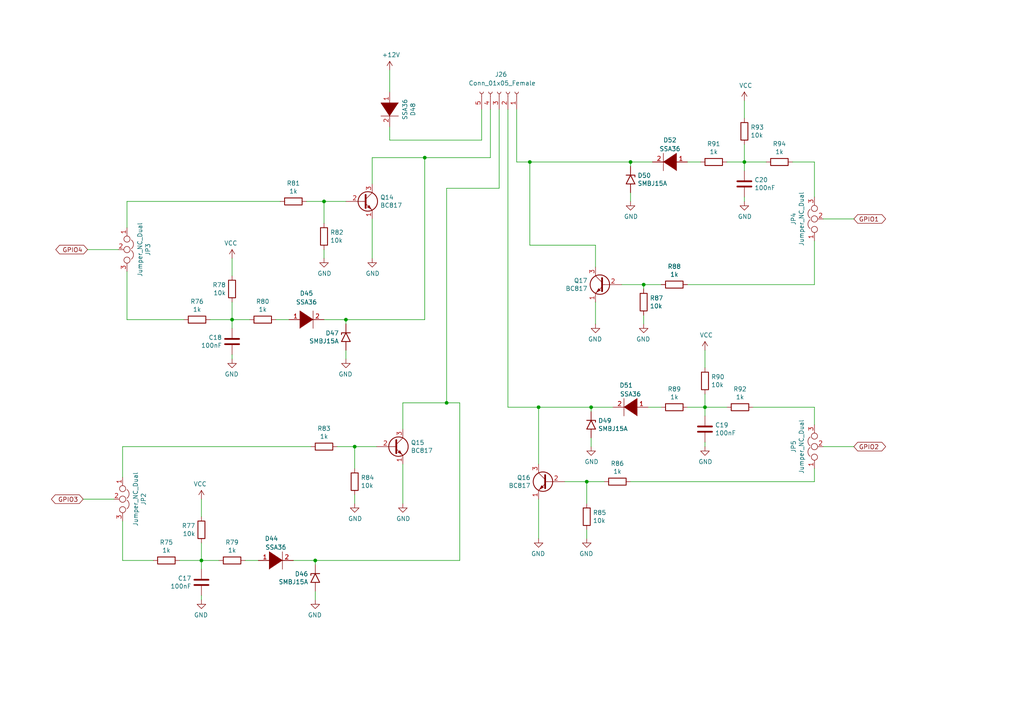
<source format=kicad_sch>
(kicad_sch (version 20211123) (generator eeschema)
  (paper "A4")
  (lib_symbols
    (symbol "Connector:Conn_01x05_Female" (pin_names (offset 1.016) hide)
      (property "Reference" "J" (at 0 7.62 0))
      (property "Value" "Conn_01x05_Female" (at 0 -7.62 0))
      (symbol "Conn_01x05_Female_1_1"
        (arc (start 0 -4.572) (mid -0.508 -5.08) (end 0 -5.588) (stroke (width 0.1524)))
        (arc (start 0 -2.032) (mid -0.508 -2.54) (end 0 -3.048) (stroke (width 0.1524)))
        (polyline (pts (xy -1.27 -5.08) (xy -0.508 -5.08)) (stroke (width 0.1524)))
        (polyline (pts (xy -1.27 -2.54) (xy -0.508 -2.54)) (stroke (width 0.1524)))
        (polyline (pts (xy -1.27 0) (xy -0.508 0)) (stroke (width 0.1524)))
        (polyline (pts (xy -1.27 2.54) (xy -0.508 2.54)) (stroke (width 0.1524)))
        (polyline (pts (xy -1.27 5.08) (xy -0.508 5.08)) (stroke (width 0.1524)))
        (arc (start 0 0.508) (mid -0.508 0) (end 0 -0.508) (stroke (width 0.1524)))
        (arc (start 0 3.048) (mid -0.508 2.54) (end 0 2.032) (stroke (width 0.1524)))
        (arc (start 0 5.588) (mid -0.508 5.08) (end 0 4.572) (stroke (width 0.1524)))
        (pin passive line (at -5.08 5.08 0) (length 3.81) (name "Pin_1") (number "1"))
        (pin passive line (at -5.08 2.54 0) (length 3.81) (name "Pin_2") (number "2"))
        (pin passive line (at -5.08 0 0) (length 3.81) (name "Pin_3") (number "3"))
        (pin passive line (at -5.08 -2.54 0) (length 3.81) (name "Pin_4") (number "4"))
        (pin passive line (at -5.08 -5.08 0) (length 3.81) (name "Pin_5") (number "5"))
      )
    )
    (symbol "Device:C" (pin_numbers hide) (pin_names (offset 0.254))
      (property "Reference" "C" (at 0.635 2.54 0))
      (property "Value" "C" (at 0.635 -2.54 0))
      (symbol "C_0_1"
        (polyline (pts (xy -2.032 -0.762) (xy 2.032 -0.762)) (stroke (width 0.508)))
        (polyline (pts (xy -2.032 0.762) (xy 2.032 0.762)) (stroke (width 0.508)))
      )
      (symbol "C_1_1"
        (pin passive line (at 0 3.81 270) (length 2.794) (name "~") (number "1"))
        (pin passive line (at 0 -3.81 90) (length 2.794) (name "~") (number "2"))
      )
    )
    (symbol "Device:Jumper_NC_Dual" (pin_names (offset 0.762) hide)
      (property "Reference" "JP" (at 1.27 -2.54 0))
      (property "Value" "Device_Jumper_NC_Dual" (at 0 2.54 0))
      (symbol "Jumper_NC_Dual_0_1"
        (circle (center -3.048 0) (radius 0.889))
        (arc (start -0.254 1.27) (mid -1.524 1.8804) (end -2.794 1.27))
        (circle (center 0 0) (radius 0.9144))
        (arc (start 2.794 1.27) (mid 1.524 1.8804) (end 0.254 1.27))
        (circle (center 3.048 0) (radius 0.889))
        (pin passive line (at -6.35 0 0) (length 2.413) (name "1") (number "1"))
        (pin passive line (at 0 -2.54 90) (length 1.524) (name "2") (number "2"))
        (pin passive line (at 6.35 0 180) (length 2.413) (name "3") (number "3"))
      )
    )
    (symbol "Device:R" (pin_numbers hide) (pin_names (offset 0))
      (property "Reference" "R" (at 2.032 0 90))
      (property "Value" "R" (at 0 0 90))
      (symbol "R_0_1"
        (rectangle (start -1.016 -2.54) (end 1.016 2.54) (stroke (width 0.254)))
      )
      (symbol "R_1_1"
        (pin passive line (at 0 3.81 270) (length 1.27) (name "~") (number "1"))
        (pin passive line (at 0 -3.81 90) (length 1.27) (name "~") (number "2"))
      )
    )
    (symbol "Diode:SM6T15A" (pin_numbers hide) (pin_names (offset 1.016) hide)
      (property "Reference" "D" (at 0 2.54 0))
      (property "Value" "SM6T15A" (at 0 -2.54 0))
      (symbol "SM6T15A_0_1"
        (polyline (pts (xy -0.762 1.27) (xy -1.27 1.27) (xy -1.27 -1.27)) (stroke (width 0.254)))
        (polyline (pts (xy 1.27 1.27) (xy 1.27 -1.27) (xy -1.27 0) (xy 1.27 1.27)) (stroke (width 0.254)))
      )
      (symbol "SM6T15A_1_1"
        (pin passive line (at -3.81 0 0) (length 2.54) (name "A1") (number "1"))
        (pin passive line (at 3.81 0 180) (length 2.54) (name "A2") (number "2"))
      )
    )
    (symbol "Transistor_BJT:PN2222A" (pin_names (offset 0) hide)
      (property "Reference" "Q" (at 5.08 1.905 0))
      (property "Value" "PN2222A" (at 5.08 0 0))
      (symbol "PN2222A_0_1"
        (polyline (pts (xy 0 0) (xy 0.635 0)))
        (polyline (pts (xy 2.54 -2.54) (xy 0.635 -0.635)))
        (polyline (pts (xy 2.54 2.54) (xy 0.635 0.635)))
        (polyline (pts (xy 0.635 1.905) (xy 0.635 -1.905) (xy 0.635 -1.905)) (stroke (width 0.508)))
        (polyline (pts (xy 2.413 -2.413) (xy 1.905 -1.905) (xy 1.905 -1.905)))
        (polyline (pts (xy 1.143 -1.651) (xy 1.651 -1.143) (xy 2.159 -2.159) (xy 1.143 -1.651) (xy 1.143 -1.651)) (fill (type outline)))
        (circle (center 1.27 0) (radius 2.8194) (stroke (width 0.254)))
      )
      (symbol "PN2222A_1_1"
        (pin passive line (at 2.54 -5.08 90) (length 2.54) (name "E") (number "1"))
        (pin input line (at -5.08 0 0) (length 5.08) (name "B") (number "2"))
        (pin passive line (at 2.54 5.08 270) (length 2.54) (name "C") (number "3"))
      )
    )
    (symbol "power:+12V" (power) (pin_names (offset 0))
      (property "Value" "+12V" (at 0 3.556 0))
      (symbol "+12V_0_1"
        (polyline (pts (xy -0.762 1.27) (xy 0 2.54)))
        (polyline (pts (xy 0 0) (xy 0 2.54)))
        (polyline (pts (xy 0 2.54) (xy 0.762 1.27)))
      )
      (symbol "+12V_1_1"
        (pin power_in line (at 0 0 90) (length 0) hide (name "+12V") (number "1"))
      )
    )
    (symbol "power:GND" (power) (pin_names (offset 0))
      (property "Value" "GND" (at 0 -3.81 0))
      (symbol "GND_0_1"
        (polyline (pts (xy 0 0) (xy 0 -1.27) (xy 1.27 -1.27) (xy 0 -2.54) (xy -1.27 -1.27) (xy 0 -1.27)))
      )
      (symbol "GND_1_1"
        (pin power_in line (at 0 0 270) (length 0) hide (name "GND") (number "1"))
      )
    )
    (symbol "power:VCC" (power) (pin_names (offset 0))
      (property "Value" "VCC" (at 0 3.81 0))
      (symbol "VCC_0_1"
        (polyline (pts (xy -0.762 1.27) (xy 0 2.54)))
        (polyline (pts (xy 0 0) (xy 0 2.54)))
        (polyline (pts (xy 0 2.54) (xy 0.762 1.27)))
      )
      (symbol "VCC_1_1"
        (pin power_in line (at 0 0 90) (length 0) hide (name "VCC") (number "1"))
      )
    )
    (symbol "pspice:DIODE" (pin_names (offset 1.016) hide)
      (property "Reference" "D" (at 0 3.81 0))
      (property "Value" "DIODE" (at 0 -4.445 0))
      (symbol "DIODE_0_1"
        (polyline (pts (xy 1.905 2.54) (xy 1.905 -2.54)))
        (polyline (pts (xy -1.905 2.54) (xy -1.905 -2.54) (xy 1.905 0)) (fill (type outline)))
      )
      (symbol "DIODE_1_1"
        (pin input line (at -5.08 0 0) (length 3.81) (name "K") (number "1"))
        (pin input line (at 5.08 0 180) (length 3.81) (name "A") (number "2"))
      )
    )
  )
  (junction (at 171.45 118.11))
  (junction (at 102.87 129.54))
  (junction (at 153.67 46.99))
  (junction (at 204.47 118.11))
  (junction (at 91.44 162.56))
  (junction (at 186.69 82.55))
  (junction (at 123.19 45.72))
  (junction (at 182.88 46.99))
  (junction (at 100.33 92.71))
  (junction (at 93.98 58.42))
  (junction (at 129.54 116.84))
  (junction (at 215.9 46.99))
  (junction (at 156.21 118.11))
  (junction (at 67.31 92.71))
  (junction (at 58.42 162.56))
  (junction (at 170.18 139.7))
  (wire (pts (xy 204.47 114.3) (xy 204.47 118.11)))
  (wire (pts (xy 80.01 92.71) (xy 83.82 92.71)))
  (wire (pts (xy 236.22 139.7) (xy 236.22 135.89)))
  (wire (pts (xy 129.54 116.84) (xy 116.84 116.84)))
  (wire (pts (xy 97.79 129.54) (xy 102.87 129.54)))
  (wire (pts (xy 100.33 92.71) (xy 100.33 93.98)))
  (wire (pts (xy 144.78 54.61) (xy 129.54 54.61)))
  (wire (pts (xy 102.87 143.51) (xy 102.87 146.05)))
  (wire (pts (xy 93.98 58.42) (xy 100.33 58.42)))
  (wire (pts (xy 107.95 45.72) (xy 123.19 45.72)))
  (wire (pts (xy 236.22 82.55) (xy 236.22 69.85)))
  (wire (pts (xy 60.96 92.71) (xy 67.31 92.71)))
  (wire (pts (xy 247.65 63.5) (xy 238.76 63.5)))
  (wire (pts (xy 35.56 129.54) (xy 90.17 129.54)))
  (wire (pts (xy 71.12 162.56) (xy 74.93 162.56)))
  (wire (pts (xy 93.98 64.77) (xy 93.98 58.42)))
  (wire (pts (xy 172.72 87.63) (xy 172.72 93.98)))
  (wire (pts (xy 229.87 46.99) (xy 236.22 46.99)))
  (wire (pts (xy 123.19 45.72) (xy 142.24 45.72)))
  (wire (pts (xy 85.09 162.56) (xy 91.44 162.56)))
  (wire (pts (xy 133.35 162.56) (xy 133.35 116.84)))
  (wire (pts (xy 182.88 55.88) (xy 182.88 58.42)))
  (wire (pts (xy 177.8 118.11) (xy 171.45 118.11)))
  (wire (pts (xy 91.44 162.56) (xy 91.44 163.83)))
  (wire (pts (xy 170.18 146.05) (xy 170.18 139.7)))
  (wire (pts (xy 153.67 46.99) (xy 182.88 46.99)))
  (wire (pts (xy 58.42 162.56) (xy 58.42 165.1)))
  (wire (pts (xy 113.03 36.83) (xy 113.03 40.64)))
  (wire (pts (xy 218.44 118.11) (xy 236.22 118.11)))
  (wire (pts (xy 186.69 83.82) (xy 186.69 82.55)))
  (wire (pts (xy 100.33 92.71) (xy 123.19 92.71)))
  (wire (pts (xy 156.21 118.11) (xy 171.45 118.11)))
  (wire (pts (xy 81.28 58.42) (xy 36.83 58.42)))
  (wire (pts (xy 170.18 139.7) (xy 163.83 139.7)))
  (wire (pts (xy 67.31 87.63) (xy 67.31 92.71)))
  (wire (pts (xy 123.19 45.72) (xy 123.19 92.71)))
  (wire (pts (xy 102.87 135.89) (xy 102.87 129.54)))
  (wire (pts (xy 149.86 31.75) (xy 149.86 46.99)))
  (wire (pts (xy 147.32 118.11) (xy 156.21 118.11)))
  (wire (pts (xy 133.35 116.84) (xy 129.54 116.84)))
  (wire (pts (xy 88.9 58.42) (xy 93.98 58.42)))
  (wire (pts (xy 52.07 162.56) (xy 58.42 162.56)))
  (wire (pts (xy 67.31 92.71) (xy 72.39 92.71)))
  (wire (pts (xy 36.83 78.74) (xy 36.83 92.71)))
  (wire (pts (xy 35.56 129.54) (xy 35.56 138.43)))
  (wire (pts (xy 191.77 82.55) (xy 186.69 82.55)))
  (wire (pts (xy 107.95 63.5) (xy 107.95 74.93)))
  (wire (pts (xy 153.67 71.12) (xy 172.72 71.12)))
  (wire (pts (xy 247.65 129.54) (xy 238.76 129.54)))
  (wire (pts (xy 58.42 172.72) (xy 58.42 173.99)))
  (wire (pts (xy 142.24 45.72) (xy 142.24 31.75)))
  (wire (pts (xy 58.42 157.48) (xy 58.42 162.56)))
  (wire (pts (xy 139.7 40.64) (xy 139.7 31.75)))
  (wire (pts (xy 147.32 31.75) (xy 147.32 118.11)))
  (wire (pts (xy 116.84 116.84) (xy 116.84 124.46)))
  (wire (pts (xy 36.83 92.71) (xy 53.34 92.71)))
  (wire (pts (xy 170.18 153.67) (xy 170.18 156.21)))
  (wire (pts (xy 102.87 129.54) (xy 109.22 129.54)))
  (wire (pts (xy 189.23 46.99) (xy 182.88 46.99)))
  (wire (pts (xy 204.47 118.11) (xy 199.39 118.11)))
  (wire (pts (xy 182.88 46.99) (xy 182.88 48.26)))
  (wire (pts (xy 191.77 118.11) (xy 187.96 118.11)))
  (wire (pts (xy 156.21 144.78) (xy 156.21 156.21)))
  (wire (pts (xy 171.45 118.11) (xy 171.45 119.38)))
  (wire (pts (xy 222.25 46.99) (xy 215.9 46.99)))
  (wire (pts (xy 113.03 40.64) (xy 139.7 40.64)))
  (wire (pts (xy 204.47 118.11) (xy 204.47 120.65)))
  (wire (pts (xy 210.82 118.11) (xy 204.47 118.11)))
  (wire (pts (xy 203.2 46.99) (xy 199.39 46.99)))
  (wire (pts (xy 236.22 46.99) (xy 236.22 57.15)))
  (wire (pts (xy 67.31 102.87) (xy 67.31 104.14)))
  (wire (pts (xy 204.47 101.6) (xy 204.47 106.68)))
  (wire (pts (xy 144.78 31.75) (xy 144.78 54.61)))
  (wire (pts (xy 236.22 118.11) (xy 236.22 123.19)))
  (wire (pts (xy 35.56 151.13) (xy 35.56 162.56)))
  (wire (pts (xy 36.83 58.42) (xy 36.83 66.04)))
  (wire (pts (xy 215.9 29.21) (xy 215.9 34.29)))
  (wire (pts (xy 215.9 41.91) (xy 215.9 46.99)))
  (wire (pts (xy 215.9 46.99) (xy 210.82 46.99)))
  (wire (pts (xy 91.44 162.56) (xy 133.35 162.56)))
  (wire (pts (xy 24.13 144.78) (xy 33.02 144.78)))
  (wire (pts (xy 35.56 162.56) (xy 44.45 162.56)))
  (wire (pts (xy 172.72 71.12) (xy 172.72 77.47)))
  (wire (pts (xy 129.54 54.61) (xy 129.54 116.84)))
  (wire (pts (xy 204.47 128.27) (xy 204.47 129.54)))
  (wire (pts (xy 107.95 45.72) (xy 107.95 53.34)))
  (wire (pts (xy 58.42 144.78) (xy 58.42 149.86)))
  (wire (pts (xy 67.31 74.93) (xy 67.31 80.01)))
  (wire (pts (xy 199.39 82.55) (xy 236.22 82.55)))
  (wire (pts (xy 153.67 71.12) (xy 153.67 46.99)))
  (wire (pts (xy 93.98 72.39) (xy 93.98 74.93)))
  (wire (pts (xy 171.45 127) (xy 171.45 129.54)))
  (wire (pts (xy 58.42 162.56) (xy 63.5 162.56)))
  (wire (pts (xy 100.33 101.6) (xy 100.33 104.14)))
  (wire (pts (xy 149.86 46.99) (xy 153.67 46.99)))
  (wire (pts (xy 215.9 46.99) (xy 215.9 49.53)))
  (wire (pts (xy 91.44 171.45) (xy 91.44 173.99)))
  (wire (pts (xy 215.9 57.15) (xy 215.9 58.42)))
  (wire (pts (xy 175.26 139.7) (xy 170.18 139.7)))
  (wire (pts (xy 156.21 134.62) (xy 156.21 118.11)))
  (wire (pts (xy 182.88 139.7) (xy 236.22 139.7)))
  (wire (pts (xy 93.98 92.71) (xy 100.33 92.71)))
  (wire (pts (xy 186.69 82.55) (xy 180.34 82.55)))
  (wire (pts (xy 25.4 72.39) (xy 34.29 72.39)))
  (wire (pts (xy 116.84 134.62) (xy 116.84 146.05)))
  (wire (pts (xy 113.03 20.32) (xy 113.03 26.67)))
  (wire (pts (xy 67.31 92.71) (xy 67.31 95.25)))
  (wire (pts (xy 186.69 91.44) (xy 186.69 93.98)))
  (global_label "GPIO4" (shape bidirectional) (at 25.4 72.39 180) (property "Intersheet References" "${INTERSHEET_REFS}" (effects hide)))
  (global_label "GPIO3" (shape bidirectional) (at 24.13 144.78 180) (property "Intersheet References" "${INTERSHEET_REFS}" (effects hide)))
  (global_label "GPIO2" (shape bidirectional) (at 247.65 129.54 0) (property "Intersheet References" "${INTERSHEET_REFS}" (effects hide)))
  (global_label "GPIO1" (shape bidirectional) (at 247.65 63.5 0) (property "Intersheet References" "${INTERSHEET_REFS}" (effects hide)))
  (symbol (lib_id "power:VCC") (at 58.42 144.78 0) (mirror y) (unit 1)
    (property "Reference" "#PWR0108" (effects hide))
    (property "Value" "VCC" (at 58.039 140.3858 0))
  )
  (symbol (lib_id "Device:R") (at 48.26 162.56 90) (mirror x) (unit 1)
    (property "Reference" "R75" (at 48.26 157.3022 90))
    (property "Value" "1k" (at 48.26 159.6136 90))
    (property "Footprint" "Resistor_SMD:R_0805_2012Metric_Pad1.20x1.40mm_HandSolder" (effects hide))
  )
  (symbol (lib_id "Device:R") (at 58.42 153.67 0) (mirror x) (unit 1)
    (property "Reference" "R77" (at 56.642 152.5016 0) (effects (justify right)))
    (property "Value" "10k" (at 56.642 154.813 0) (effects (justify right)))
    (property "Footprint" "Resistor_SMD:R_0805_2012Metric_Pad1.20x1.40mm_HandSolder" (effects hide))
  )
  (symbol (lib_id "power:GND") (at 58.42 173.99 0) (mirror y) (unit 1)
    (property "Reference" "#PWR0109" (effects hide))
    (property "Value" "GND" (at 58.293 178.3842 0))
  )
  (symbol (lib_id "Device:C") (at 58.42 168.91 0) (mirror y) (unit 1)
    (property "Reference" "C17" (at 55.499 167.7416 0) (effects (justify left)))
    (property "Value" "100nF" (at 55.499 170.053 0) (effects (justify left)))
    (property "Footprint" "Resistor_SMD:R_0805_2012Metric_Pad1.20x1.40mm_HandSolder" (effects hide))
  )
  (symbol (lib_id "Device:R") (at 67.31 162.56 90) (mirror x) (unit 1)
    (property "Reference" "R79" (at 67.31 157.3022 90))
    (property "Value" "1k" (at 67.31 159.6136 90))
    (property "Footprint" "Resistor_SMD:R_0805_2012Metric_Pad1.20x1.40mm_HandSolder" (effects hide))
  )
  (symbol (lib_id "pspice:DIODE") (at 80.01 162.56 0) (mirror x) (unit 1)
    (property "Reference" "D44" (at 78.74 156.21 0))
    (property "Value" "SSA36" (at 80.01 158.75 0))
    (property "Footprint" "diodes_perso:D_SMB_SSA36-Handsoldering" (effects hide))
  )
  (symbol (lib_id "power:GND") (at 91.44 173.99 0) (mirror y) (unit 1)
    (property "Reference" "#PWR0112" (effects hide))
    (property "Value" "GND" (at 91.313 178.3842 0))
  )
  (symbol (lib_id "Diode:SM6T15A") (at 91.44 167.64 90) (mirror x) (unit 1)
    (property "Reference" "D46" (at 89.408 166.4716 90) (effects (justify left)))
    (property "Value" "SMBJ15A" (at 89.408 168.783 90) (effects (justify left)))
    (property "Footprint" "Diode_SMD:D_SMB_Handsoldering" (effects hide))
    (property "Datasheet" "https://www.st.com/resource/en/datasheet/sm6t.pdf" (effects hide))
  )
  (symbol (lib_id "pspice:DIODE") (at 113.03 31.75 270) (unit 1)
    (property "Reference" "D48" (at 119.761 31.75 0))
    (property "Value" "SSA36" (at 117.4496 31.75 0))
    (property "Footprint" "diodes_perso:D_SMB_SSA36-Handsoldering" (effects hide))
  )
  (symbol (lib_id "power:GND") (at 170.18 156.21 0) (mirror y) (unit 1)
    (property "Reference" "#PWR0120" (effects hide))
    (property "Value" "GND" (at 170.053 160.6042 0))
  )
  (symbol (lib_id "power:GND") (at 156.21 156.21 0) (mirror y) (unit 1)
    (property "Reference" "#PWR0119" (effects hide))
    (property "Value" "GND" (at 156.083 160.6042 0))
  )
  (symbol (lib_id "Device:R") (at 179.07 139.7 90) (mirror x) (unit 1)
    (property "Reference" "R86" (at 179.07 134.4422 90))
    (property "Value" "1k" (at 179.07 136.7536 90))
    (property "Footprint" "Resistor_SMD:R_0805_2012Metric_Pad1.20x1.40mm_HandSolder" (effects hide))
  )
  (symbol (lib_id "Device:R") (at 170.18 149.86 0) (mirror y) (unit 1)
    (property "Reference" "R85" (at 171.958 148.6916 0) (effects (justify right)))
    (property "Value" "10k" (at 171.958 151.003 0) (effects (justify right)))
    (property "Footprint" "Resistor_SMD:R_0805_2012Metric_Pad1.20x1.40mm_HandSolder" (effects hide))
  )
  (symbol (lib_id "Transistor_BJT:PN2222A") (at 158.75 139.7 0) (mirror y) (unit 1)
    (property "Reference" "Q16" (at 153.8986 138.5316 0) (effects (justify left)))
    (property "Value" "BC817" (at 153.8986 140.843 0) (effects (justify left)))
    (property "Footprint" "packages_SO_perso:SOT-23.-BC817kicad_mod" (effects hide))
    (property "Datasheet" "https://www.onsemi.com/pub/Collateral/PN2222-D.PDF" (effects hide))
  )
  (symbol (lib_id "power:GND") (at 102.87 146.05 0) (unit 1)
    (property "Reference" "#PWR0115" (effects hide))
    (property "Value" "GND" (at 102.997 150.4442 0))
  )
  (symbol (lib_id "power:GND") (at 116.84 146.05 0) (unit 1)
    (property "Reference" "#PWR0118" (effects hide))
    (property "Value" "GND" (at 116.967 150.4442 0))
  )
  (symbol (lib_id "Device:R") (at 93.98 129.54 270) (unit 1)
    (property "Reference" "R83" (at 93.98 124.2822 90))
    (property "Value" "1k" (at 93.98 126.5936 90))
    (property "Footprint" "Resistor_SMD:R_0805_2012Metric_Pad1.20x1.40mm_HandSolder" (effects hide))
  )
  (symbol (lib_id "Device:R") (at 102.87 139.7 0) (unit 1)
    (property "Reference" "R84" (at 104.648 138.5316 0) (effects (justify left)))
    (property "Value" "10k" (at 104.648 140.843 0) (effects (justify left)))
    (property "Footprint" "Resistor_SMD:R_0805_2012Metric_Pad1.20x1.40mm_HandSolder" (effects hide))
  )
  (symbol (lib_id "Transistor_BJT:PN2222A") (at 114.3 129.54 0) (unit 1)
    (property "Reference" "Q15" (at 119.1514 128.3716 0) (effects (justify left)))
    (property "Value" "BC817" (at 119.1514 130.683 0) (effects (justify left)))
    (property "Footprint" "packages_SO_perso:SOT-23.-BC817kicad_mod" (effects hide))
    (property "Datasheet" "https://www.onsemi.com/pub/Collateral/PN2222-D.PDF" (effects hide))
  )
  (symbol (lib_id "power:+12V") (at 113.03 20.32 0) (unit 1)
    (property "Reference" "#PWR0117" (effects hide))
    (property "Value" "+12V" (at 113.411 15.9258 0))
  )
  (symbol (lib_id "Connector:Conn_01x05_Female") (at 144.78 26.67 270) (mirror x) (unit 1)
    (property "Reference" "J26" (at 143.51 21.59 90) (effects (justify left)))
    (property "Value" "Conn_01x05_Female" (at 135.89 24.13 90) (effects (justify left)))
    (property "Footprint" "connectors:conn-5pts-P5mm" (effects hide))
  )
  (symbol (lib_id "power:GND") (at 93.98 74.93 0) (unit 1)
    (property "Reference" "#PWR0113" (effects hide))
    (property "Value" "GND" (at 94.107 79.3242 0))
  )
  (symbol (lib_id "power:GND") (at 107.95 74.93 0) (unit 1)
    (property "Reference" "#PWR0116" (effects hide))
    (property "Value" "GND" (at 108.077 79.3242 0))
  )
  (symbol (lib_id "Device:R") (at 85.09 58.42 270) (unit 1)
    (property "Reference" "R81" (at 85.09 53.1622 90))
    (property "Value" "1k" (at 85.09 55.4736 90))
    (property "Footprint" "Resistor_SMD:R_0805_2012Metric_Pad1.20x1.40mm_HandSolder" (effects hide))
  )
  (symbol (lib_id "Device:R") (at 93.98 68.58 0) (unit 1)
    (property "Reference" "R82" (at 95.758 67.4116 0) (effects (justify left)))
    (property "Value" "10k" (at 95.758 69.723 0) (effects (justify left)))
    (property "Footprint" "Resistor_SMD:R_0805_2012Metric_Pad1.20x1.40mm_HandSolder" (effects hide))
  )
  (symbol (lib_id "Transistor_BJT:PN2222A") (at 105.41 58.42 0) (unit 1)
    (property "Reference" "Q14" (at 110.2614 57.2516 0) (effects (justify left)))
    (property "Value" "BC817" (at 110.2614 59.563 0) (effects (justify left)))
    (property "Footprint" "packages_SO_perso:SOT-23.-BC817kicad_mod" (effects hide))
    (property "Datasheet" "https://www.onsemi.com/pub/Collateral/PN2222-D.PDF" (effects hide))
  )
  (symbol (lib_id "power:VCC") (at 67.31 74.93 0) (mirror y) (unit 1)
    (property "Reference" "#PWR0110" (effects hide))
    (property "Value" "VCC" (at 66.929 70.5358 0))
  )
  (symbol (lib_id "Device:R") (at 57.15 92.71 90) (mirror x) (unit 1)
    (property "Reference" "R76" (at 57.15 87.4522 90))
    (property "Value" "1k" (at 57.15 89.7636 90))
    (property "Footprint" "Resistor_SMD:R_0805_2012Metric_Pad1.20x1.40mm_HandSolder" (effects hide))
  )
  (symbol (lib_id "Device:R") (at 67.31 83.82 0) (mirror x) (unit 1)
    (property "Reference" "R78" (at 65.532 82.6516 0) (effects (justify right)))
    (property "Value" "10k" (at 65.532 84.963 0) (effects (justify right)))
    (property "Footprint" "Resistor_SMD:R_0805_2012Metric_Pad1.20x1.40mm_HandSolder" (effects hide))
  )
  (symbol (lib_id "power:GND") (at 67.31 104.14 0) (mirror y) (unit 1)
    (property "Reference" "#PWR0111" (effects hide))
    (property "Value" "GND" (at 67.183 108.5342 0))
  )
  (symbol (lib_id "Device:C") (at 67.31 99.06 0) (mirror y) (unit 1)
    (property "Reference" "C18" (at 64.389 97.8916 0) (effects (justify left)))
    (property "Value" "100nF" (at 64.389 100.203 0) (effects (justify left)))
    (property "Footprint" "Resistor_SMD:R_0805_2012Metric_Pad1.20x1.40mm_HandSolder" (effects hide))
  )
  (symbol (lib_id "Device:R") (at 76.2 92.71 90) (mirror x) (unit 1)
    (property "Reference" "R80" (at 76.2 87.4522 90))
    (property "Value" "1k" (at 76.2 89.7636 90))
    (property "Footprint" "Resistor_SMD:R_0805_2012Metric_Pad1.20x1.40mm_HandSolder" (effects hide))
  )
  (symbol (lib_id "pspice:DIODE") (at 88.9 92.71 0) (mirror x) (unit 1)
    (property "Reference" "D45" (at 88.9 85.09 0))
    (property "Value" "SSA36" (at 88.9 87.63 0))
    (property "Footprint" "diodes_perso:D_SMB_SSA36-Handsoldering" (effects hide))
  )
  (symbol (lib_id "power:GND") (at 100.33 104.14 0) (mirror y) (unit 1)
    (property "Reference" "#PWR0114" (effects hide))
    (property "Value" "GND" (at 100.203 108.5342 0))
  )
  (symbol (lib_id "Diode:SM6T15A") (at 100.33 97.79 90) (mirror x) (unit 1)
    (property "Reference" "D47" (at 98.298 96.6216 90) (effects (justify left)))
    (property "Value" "SMBJ15A" (at 98.298 98.933 90) (effects (justify left)))
    (property "Footprint" "Diode_SMD:D_SMB_Handsoldering" (effects hide))
    (property "Datasheet" "https://www.st.com/resource/en/datasheet/sm6t.pdf" (effects hide))
  )
  (symbol (lib_id "Diode:SM6T15A") (at 171.45 123.19 270) (unit 1)
    (property "Reference" "D49" (at 173.482 122.0216 90) (effects (justify left)))
    (property "Value" "SMBJ15A" (at 173.482 124.333 90) (effects (justify left)))
    (property "Footprint" "Diode_SMD:D_SMB_Handsoldering" (effects hide))
    (property "Datasheet" "https://www.st.com/resource/en/datasheet/sm6t.pdf" (effects hide))
  )
  (symbol (lib_id "power:GND") (at 171.45 129.54 0) (unit 1)
    (property "Reference" "#PWR0121" (effects hide))
    (property "Value" "GND" (at 171.577 133.9342 0))
  )
  (symbol (lib_id "pspice:DIODE") (at 182.88 118.11 180) (unit 1)
    (property "Reference" "D51" (at 181.61 111.76 0))
    (property "Value" "SSA36" (at 182.88 114.3 0))
    (property "Footprint" "diodes_perso:D_SMB_SSA36-Handsoldering" (effects hide))
  )
  (symbol (lib_id "Device:R") (at 195.58 118.11 270) (unit 1)
    (property "Reference" "R89" (at 195.58 112.8522 90))
    (property "Value" "1k" (at 195.58 115.1636 90))
    (property "Footprint" "Resistor_SMD:R_0805_2012Metric_Pad1.20x1.40mm_HandSolder" (effects hide))
  )
  (symbol (lib_id "Device:C") (at 204.47 124.46 0) (unit 1)
    (property "Reference" "C19" (at 207.391 123.2916 0) (effects (justify left)))
    (property "Value" "100nF" (at 207.391 125.603 0) (effects (justify left)))
    (property "Footprint" "Resistor_SMD:R_0805_2012Metric_Pad1.20x1.40mm_HandSolder" (effects hide))
  )
  (symbol (lib_id "power:GND") (at 204.47 129.54 0) (unit 1)
    (property "Reference" "#PWR0126" (effects hide))
    (property "Value" "GND" (at 204.597 133.9342 0))
  )
  (symbol (lib_id "Device:R") (at 204.47 110.49 180) (unit 1)
    (property "Reference" "R90" (at 206.248 109.3216 0) (effects (justify right)))
    (property "Value" "10k" (at 206.248 111.633 0) (effects (justify right)))
    (property "Footprint" "Resistor_SMD:R_0805_2012Metric_Pad1.20x1.40mm_HandSolder" (effects hide))
  )
  (symbol (lib_id "Device:R") (at 214.63 118.11 270) (unit 1)
    (property "Reference" "R92" (at 214.63 112.8522 90))
    (property "Value" "1k" (at 214.63 115.1636 90))
    (property "Footprint" "Resistor_SMD:R_0805_2012Metric_Pad1.20x1.40mm_HandSolder" (effects hide))
  )
  (symbol (lib_id "power:VCC") (at 204.47 101.6 0) (unit 1)
    (property "Reference" "#PWR0125" (effects hide))
    (property "Value" "VCC" (at 204.851 97.2058 0))
  )
  (symbol (lib_id "power:GND") (at 186.69 93.98 0) (mirror y) (unit 1)
    (property "Reference" "#PWR0124" (effects hide))
    (property "Value" "GND" (at 186.563 98.3742 0))
  )
  (symbol (lib_id "power:GND") (at 172.72 93.98 0) (mirror y) (unit 1)
    (property "Reference" "#PWR0122" (effects hide))
    (property "Value" "GND" (at 172.593 98.3742 0))
  )
  (symbol (lib_id "Device:R") (at 195.58 82.55 90) (mirror x) (unit 1)
    (property "Reference" "R88" (at 195.58 77.2922 90))
    (property "Value" "1k" (at 195.58 79.6036 90))
    (property "Footprint" "Resistor_SMD:R_0805_2012Metric_Pad1.20x1.40mm_HandSolder" (effects hide))
  )
  (symbol (lib_id "Device:R") (at 186.69 87.63 0) (mirror y) (unit 1)
    (property "Reference" "R87" (at 188.468 86.4616 0) (effects (justify right)))
    (property "Value" "10k" (at 188.468 88.773 0) (effects (justify right)))
    (property "Footprint" "Resistor_SMD:R_0805_2012Metric_Pad1.20x1.40mm_HandSolder" (effects hide))
  )
  (symbol (lib_id "Transistor_BJT:PN2222A") (at 175.26 82.55 0) (mirror y) (unit 1)
    (property "Reference" "Q17" (at 170.4086 81.3816 0) (effects (justify left)))
    (property "Value" "BC817" (at 170.4086 83.693 0) (effects (justify left)))
    (property "Footprint" "packages_SO_perso:SOT-23.-BC817kicad_mod" (effects hide))
    (property "Datasheet" "https://www.onsemi.com/pub/Collateral/PN2222-D.PDF" (effects hide))
  )
  (symbol (lib_id "Diode:SM6T15A") (at 182.88 52.07 270) (unit 1)
    (property "Reference" "D50" (at 184.912 50.9016 90) (effects (justify left)))
    (property "Value" "SMBJ15A" (at 184.912 53.213 90) (effects (justify left)))
    (property "Footprint" "Diode_SMD:D_SMB_Handsoldering" (effects hide))
    (property "Datasheet" "https://www.st.com/resource/en/datasheet/sm6t.pdf" (effects hide))
  )
  (symbol (lib_id "power:GND") (at 182.88 58.42 0) (unit 1)
    (property "Reference" "#PWR0123" (effects hide))
    (property "Value" "GND" (at 183.007 62.8142 0))
  )
  (symbol (lib_id "pspice:DIODE") (at 194.31 46.99 180) (unit 1)
    (property "Reference" "D52" (at 194.31 40.64 0))
    (property "Value" "SSA36" (at 194.31 43.18 0))
    (property "Footprint" "diodes_perso:D_SMB_SSA36-Handsoldering" (effects hide))
  )
  (symbol (lib_id "Device:R") (at 207.01 46.99 270) (unit 1)
    (property "Reference" "R91" (at 207.01 41.7322 90))
    (property "Value" "1k" (at 207.01 44.0436 90))
    (property "Footprint" "Resistor_SMD:R_0805_2012Metric_Pad1.20x1.40mm_HandSolder" (effects hide))
  )
  (symbol (lib_id "Device:C") (at 215.9 53.34 0) (unit 1)
    (property "Reference" "C20" (at 218.821 52.1716 0) (effects (justify left)))
    (property "Value" "100nF" (at 218.821 54.483 0) (effects (justify left)))
    (property "Footprint" "Resistor_SMD:R_0805_2012Metric_Pad1.20x1.40mm_HandSolder" (effects hide))
  )
  (symbol (lib_id "power:GND") (at 215.9 58.42 0) (unit 1)
    (property "Reference" "#PWR0128" (effects hide))
    (property "Value" "GND" (at 216.027 62.8142 0))
  )
  (symbol (lib_id "Device:R") (at 215.9 38.1 180) (unit 1)
    (property "Reference" "R93" (at 217.678 36.9316 0) (effects (justify right)))
    (property "Value" "10k" (at 217.678 39.243 0) (effects (justify right)))
    (property "Footprint" "Resistor_SMD:R_0805_2012Metric_Pad1.20x1.40mm_HandSolder" (effects hide))
  )
  (symbol (lib_id "Device:R") (at 226.06 46.99 270) (unit 1)
    (property "Reference" "R94" (at 226.06 41.7322 90))
    (property "Value" "1k" (at 226.06 44.0436 90))
    (property "Footprint" "Resistor_SMD:R_0805_2012Metric_Pad1.20x1.40mm_HandSolder" (effects hide))
  )
  (symbol (lib_id "power:VCC") (at 215.9 29.21 0) (unit 1)
    (property "Reference" "#PWR0127" (effects hide))
    (property "Value" "VCC" (at 216.281 24.8158 0))
  )
  (symbol (lib_id "Device:Jumper_NC_Dual") (at 236.22 63.5 90) (unit 1)
    (property "Reference" "JP4" (at 230.1494 63.5 0))
    (property "Value" "Jumper_NC_Dual" (at 232.4608 63.5 0))
    (property "Footprint" "Connector_PinHeader_2.54mm:PinHeader_1x03_P2.54mm_Vertical" (effects hide))
  )
  (symbol (lib_id "Device:Jumper_NC_Dual") (at 36.83 72.39 270) (unit 1)
    (property "Reference" "JP3" (at 42.9006 72.39 0))
    (property "Value" "Jumper_NC_Dual" (at 40.5892 72.39 0))
    (property "Footprint" "Connector_PinHeader_2.54mm:PinHeader_1x03_P2.54mm_Vertical" (effects hide))
  )
  (symbol (lib_id "Device:Jumper_NC_Dual") (at 35.56 144.78 270) (unit 1)
    (property "Reference" "JP2" (at 41.6306 144.78 0))
    (property "Value" "Jumper_NC_Dual" (at 39.3192 144.78 0))
    (property "Footprint" "Connector_PinHeader_2.54mm:PinHeader_1x03_P2.54mm_Vertical" (effects hide))
  )
  (symbol (lib_id "Device:Jumper_NC_Dual") (at 236.22 129.54 90) (unit 1)
    (property "Reference" "JP5" (at 230.1494 129.54 0))
    (property "Value" "Jumper_NC_Dual" (at 232.4608 129.54 0))
    (property "Footprint" "Connector_PinHeader_2.54mm:PinHeader_1x03_P2.54mm_Vertical" (effects hide))
  )
)
</source>
